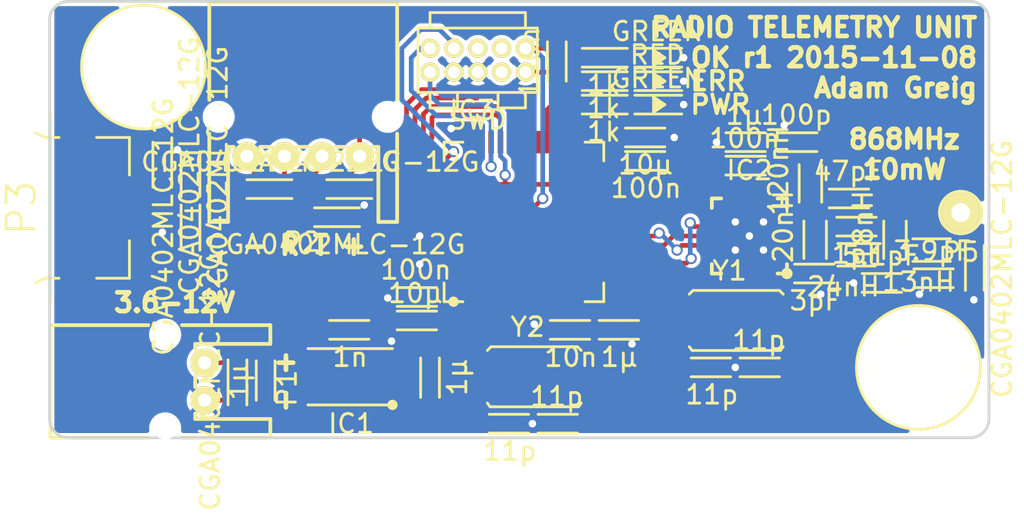
<source format=kicad_pcb>
(kicad_pcb (version 20221018) (generator pcbnew)
  (layers (0 "F.Cu" signal) (31 "B.Cu" signal) (34 "B.Paste" user) (35 "F.Paste" user) (36 "B.SilkS" user "B.Silkscreen") (37 "F.SilkS" user "F.Silkscreen") (38 "B.Mask" user) (39 "F.Mask" user) (44 "Edge.Cuts" user))
  (net 0 "")
  (net 1 "+BATT")
  (net 2 "GND")
  (net 3 "+3V3")
  (net 4 "Net-(C3-Pad1)")
  (net 5 "Net-(C4-Pad2)")
  (net 6 "Net-(C7-Pad1)")
  (net 7 "Net-(C14-Pad1)")
  (net 8 "Net-(C14-Pad2)")
  (net 9 "Net-(C15-Pad1)")
  (net 10 "Net-(C16-Pad1)")
  (net 11 "Net-(C17-Pad1)")
  (net 12 "Net-(C19-Pad1)")
  (net 13 "/nRST")
  (net 14 "Net-(C21-Pad1)")
  (net 15 "Net-(C22-Pad1)")
  (net 16 "/UART_RX")
  (net 17 "/UART_TX")
  (net 18 "/USB_DP")
  (net 19 "/USB_DM")
  (net 20 "Net-(D9-Pad2)")
  (net 21 "Net-(D10-Pad2)")
  (net 22 "Net-(D11-Pad2)")
  (net 23 "/SI_SDN")
  (net 24 "/SI_GPIO0")
  (net 25 "/SI_GPIO1")
  (net 26 "/SI_NIRQ")
  (net 27 "/SI_SCK")
  (net 28 "/SI_MISO")
  (net 29 "/SI_MOSI")
  (net 30 "/SI_NSS")
  (net 31 "Net-(IC3-Pad27)")
  (net 32 "Net-(IC3-Pad28)")
  (net 33 "/SWDIO")
  (net 34 "/SWCLK")
  (footprint "radtel:C0603" (layer "F.Cu") (at 93 109.5 -90)
    (fp_text reference "C1" hide)
    (fp_text value "1µ")
  )
  (footprint "radtel:C0603" (layer "F.Cu") (at 101.75 110.75 90)
    (fp_text reference "C2" hide)
    (fp_text value "1µ")
  )
  (footprint "radtel:C0603" (layer "F.Cu") (at 96.75 107.5)
    (fp_text reference "C3" hide)
    (fp_text value "1n")
  )
  (footprint "radtel:C0603" (layer "F.Cu") (at 121.5 104.5)
    (fp_text reference "C4" hide)
    (fp_text value "3pF")
  )
  (footprint "radtel:C0603" (layer "F.Cu") (at 119.25 97.5 180)
    (fp_text reference "C5" hide)
    (fp_text value "1µ")
  )
  (footprint "radtel:C0603" (layer "F.Cu") (at 119.25 98.75 180)
    (fp_text reference "C6" hide)
    (fp_text value "100n")
  )
  (footprint "radtel:C0603" (layer "F.Cu") (at 123.75 102)
    (fp_text reference "C7" hide)
    (fp_text value "1pF")
  )
  (footprint "radtel:C0603" (layer "F.Cu") (at 101.75 107 180)
    (fp_text reference "C8" hide)
    (fp_text value "10µ")
  )
  (footprint "radtel:C0603" (layer "F.Cu") (at 112.5 97.25)
    (fp_text reference "C9" hide)
    (fp_text value "10µ")
  )
  (footprint "radtel:C0603" (layer "F.Cu") (at 111.1 107.5)
    (fp_text reference "C10" hide)
    (fp_text value "1µ")
  )
  (footprint "radtel:C0603" (layer "F.Cu") (at 112.5 98.5)
    (fp_text reference "C11" hide)
    (fp_text value "100n")
  )
  (footprint "radtel:C0603" (layer "F.Cu") (at 101.75 105.75 180)
    (fp_text reference "C12" hide)
    (fp_text value "100n")
  )
  (footprint "radtel:C0603" (layer "F.Cu") (at 108.5 107.5)
    (fp_text reference "C13" hide)
    (fp_text value "10n")
  )
  (footprint "radtel:C0603" (layer "F.Cu") (at 124.75 100.5 180)
    (fp_text reference "C14" hide)
    (fp_text value "47pF")
  )
  (footprint "radtel:C0603" (layer "F.Cu") (at 126.5 105 180)
    (fp_text reference "C15" hide)
    (fp_text value "5.1pF")
  )
  (footprint "radtel:C0603" (layer "F.Cu") (at 129.25 104.75 180)
    (fp_text reference "C16" hide)
    (fp_text value "3.9pF")
  )
  (footprint "radtel:C0603" (layer "F.Cu") (at 116 109.5)
    (fp_text reference "C17" hide)
    (fp_text value "11p")
  )
  (footprint "radtel:C0603" (layer "F.Cu") (at 122 97.5 180)
    (fp_text reference "C18" hide)
    (fp_text value "100p")
  )
  (footprint "radtel:C0603" (layer "F.Cu") (at 120 109.5 180)
    (fp_text reference "C19" hide)
    (fp_text value "11p")
  )
  (footprint "radtel:C0603" (layer "F.Cu") (at 108.5 92.5 -90)
    (fp_text reference "C20" hide)
    (fp_text value "100n")
  )
  (footprint "radtel:C0603" (layer "F.Cu") (at 105.25 112.5)
    (fp_text reference "C21" hide)
    (fp_text value "11p")
  )
  (footprint "radtel:C0603" (layer "F.Cu") (at 109.25 112.5 180)
    (fp_text reference "C22" hide)
    (fp_text value "11p")
  )
  (footprint "radtel:R0603" (layer "F.Cu") (at 98.25 100 180)
    (fp_text reference "D1" hide)
    (fp_text value "CGA0402MLC-12G")
  )
  (footprint "radtel:R0603" (layer "F.Cu") (at 94 100 180)
    (fp_text reference "D2" hide)
    (fp_text value "CGA0402MLC-12G")
  )
  (footprint "radtel:R0603" (layer "F.Cu") (at 96 101.5)
    (fp_text reference "D3" hide)
    (fp_text value "CGA0402MLC-12G")
  )
  (footprint "radtel:R0603" (layer "F.Cu") (at 87.5 99.5 90)
    (fp_text reference "D4" hide)
    (fp_text value "CGA0402MLC-12G")
  )
  (footprint "radtel:R0603" (layer "F.Cu") (at 89 101.25 -90)
    (fp_text reference "D5" hide)
    (fp_text value "CGA0402MLC-12G")
  )
  (footprint "radtel:R0603" (layer "F.Cu") (at 89 100 90)
    (fp_text reference "D6" hide)
    (fp_text value "CGA0402MLC-12G")
  )
  (footprint "radtel:R0603" (layer "F.Cu") (at 91.5 109.5 -90)
    (fp_text reference "D7" hide)
    (fp_text value "CGA0402MLC-12G")
  )
  (footprint "radtel:R0603" (layer "F.Cu") (at 130.75 105 90)
    (fp_text reference "D8" hide)
    (fp_text value "CGA0402MLC-12G")
  )
  (footprint "radtel:LED0603" (layer "F.Cu") (at 114.75 93 180)
    (fp_text reference "D9" hide)
    (fp_text value "GREEN")
  )
  (footprint "radtel:LED0603" (layer "F.Cu") (at 114.75 94.25 180)
    (fp_text reference "D10" hide)
    (fp_text value "RED")
  )
  (footprint "radtel:LED0603" (layer "F.Cu") (at 114.75 95.5 180)
    (fp_text reference "D11" hide)
    (fp_text value "GREEN")
  )
  (footprint "radtel:Si4460" (layer "F.Cu") (at 118.75 102.5 180)
    (fp_text reference "IC2")
    (fp_text value "Si4460" hide)
  )
  (footprint "radtel:LQFP48" (layer "F.Cu") (at 104 106)
    (fp_text reference "IC3")
    (fp_text value "STM32F072CBT6" hide)
  )
  (footprint "radtel:L0603" (layer "F.Cu") (at 122.25 102 -90)
    (fp_text reference "L1" hide)
    (fp_text value "20nH")
  )
  (footprint "radtel:L0603" (layer "F.Cu") (at 123.75 103.5)
    (fp_text reference "L2" hide)
    (fp_text value "24nH")
  )
  (footprint "radtel:L0603" (layer "F.Cu") (at 126.5 102 -90)
    (fp_text reference "L3" hide)
    (fp_text value "18nH")
  )
  (footprint "radtel:L0603" (layer "F.Cu") (at 127.75 103.25)
    (fp_text reference "L4" hide)
    (fp_text value "13nH")
  )
  (footprint "radtel:L0603" (layer "F.Cu") (at 122 99 -90)
    (fp_text reference "L5" hide)
    (fp_text value "120nH")
  )
  (footprint "radtel:S02B-PASK-2" (layer "F.Cu") (at 89.75 111.25 90)
    (fp_text reference "P1")
    (fp_text value "PWR" hide)
  )
  (footprint "radtel:S04B-PASK-2" (layer "F.Cu") (at 92 98.25)
    (fp_text reference "P2")
    (fp_text value "UART" hide)
  )
  (footprint "radtel:USB3065" (layer "F.Cu") (at 83 101 -90)
    (fp_text reference "P3")
    (fp_text value "USB_OTG")
  )
  (footprint "radtel:FTSH-105-01-F-D-K" (layer "F.Cu") (at 101.75 92.5)
    (fp_text reference "P4" hide)
    (fp_text value "SWD")
  )
  (footprint "radtel:WHIPANT" (layer "F.Cu") (at 130 101.25)
    (fp_text reference "P5")
    (fp_text value "ANTENNA")
  )
  (footprint "radtel:R0603" (layer "F.Cu") (at 110.25 94.25)
    (fp_text reference "R1" hide)
    (fp_text value "1k")
  )
  (footprint "radtel:R0603" (layer "F.Cu") (at 110.25 95.5)
    (fp_text reference "R2" hide)
    (fp_text value "1k")
  )
  (footprint "radtel:R0603" (layer "F.Cu") (at 110.25 93)
    (fp_text reference "R3" hide)
    (fp_text value "1k")
  )
  (footprint "radtel:XTAL50x32" (layer "F.Cu") (at 116 107)
    (fp_text reference "Y1")
    (fp_text value "26MHz" hide)
  )
  (footprint "radtel:XTAL50x32" (layer "F.Cu") (at 105.25 110)
    (fp_text reference "Y2")
    (fp_text value "8MHz" hide)
  )
  (footprint "radtel:MSOP8" (layer "F.Cu") (at 99.75 111 180)
    (fp_text reference "IC1")
    (fp_text value "ADP3335" hide)
  )
  (footprint "radtel:M3_MOUNT" (layer "F.Cu") (at 127.75 109.5)
    (fp_text reference "M3_MOUNT" hide)
    (fp_text value "VAL**" hide)
  )
  (footprint "radtel:M3_MOUNT" (layer "F.Cu") (at 86.5 93.5)
    (fp_text reference "M3_MOUNT" hide)
    (fp_text value "VAL**" hide)
  )
  (gr_arc (start 130.5 90) (mid 131.207107 90.292893) (end 131.5 91) (stroke (width 0.15)) (layer "Edge.Cuts"))
  (gr_line (start 130.5 90) (end 82.5 90) (stroke (width 0.15)) (layer "Edge.Cuts"))
  (gr_line (start 131.5 112.25) (end 131.5 91) (stroke (width 0.15)) (layer "Edge.Cuts"))
  (gr_line (start 82.5 113.25) (end 130.5 113.25) (stroke (width 0.15)) (layer "Edge.Cuts"))
  (gr_arc (start 81.5 91) (mid 81.792893 90.292893) (end 82.5 90) (stroke (width 0.15)) (layer "Edge.Cuts"))
  (gr_line (start 81.5 91) (end 81.5 112.25) (stroke (width 0.15)) (layer "Edge.Cuts"))
  (gr_arc (start 82.5 113.25) (mid 81.792893 112.957107) (end 81.5 112.25) (stroke (width 0.15)) (layer "Edge.Cuts"))
  (gr_arc (start 131.5 112.25) (mid 131.207107 112.957107) (end 130.5 113.25) (stroke (width 0.15)) (layer "Edge.Cuts"))
  (gr_text "PWR" (at 115.5 95.5) (layer "F.SilkS") (effects (font (size 1 1) (thickness 0.2)) (justify left)))
  (gr_text "868MHz\n10mW" (at 127 98.15) (layer "F.SilkS") (effects (font (size 1 1) (thickness 0.25))))
  (gr_text "+ -" (at 94.15 110.25 270) (layer "F.SilkS") (effects (font (size 1 1) (thickness 0.25))))
  (gr_text "RADIO TELEMETRY UNIT\nr1 2015-11-08\nAdam Greig" (at 131 93) (layer "F.SilkS") (effects (font (size 1 1) (thickness 0.25)) (justify right)))
  (gr_text "OK" (at 115.5 93) (layer "F.SilkS") (effects (font (size 1 1) (thickness 0.25)) (justify left)))
  (gr_text "3.6-12V" (at 88.15 106.05) (layer "F.SilkS") (effects (font (size 1 1) (thickness 0.25))))
  (gr_text "- R T +" (at 95.05 103) (layer "F.SilkS") (effects (font (size 1 1) (thickness 0.25))))
  (gr_text "ERR" (at 115.5 94.25) (layer "F.SilkS") (effects (font (size 1 1) (thickness 0.2)) (justify left)))
  (segment (start 91.25 109.25) (end 91.5 109.5) (width 0.25) (layer "F.Cu") (net 1))
  (segment (start 93.2 109.7) (end 93 109.5) (width 0.25) (layer "F.Cu") (net 1))
  (segment (start 94.1 110.35) (end 94 110.25) (width 0.25) (layer "F.Cu") (net 1))
  (segment (start 94 110.25) (end 94 110) (width 0.25) (layer "F.Cu") (net 1))
  (segment (start 94 109.7) (end 93.2 109.7) (width 0.25) (layer "F.Cu") (net 1))
  (segment (start 94.25 111) (end 94 110.75) (width 0.25) (layer "F.Cu") (net 1))
  (segment (start 94 110.75) (end 94 110) (width 0.25) (layer "F.Cu") (net 1))
  (segment (start 94 110) (end 94 109.7) (width 0.25) (layer "F.Cu") (net 1))
  (segment (start 87.3 99.7) (end 87.5 99.5) (width 0.25) (layer "F.Cu") (net 1))
  (segment (start 98 98.65) (end 96.65 100) (width 0.25) (layer "F.Cu") (net 1))
  (segment (start 86.7 99.7) (end 87.3 99.7) (width 0.25) (layer "F.Cu") (net 1))
  (segment (start 94 106.5) (end 91.7 104.2) (width 0.25) (layer "F.Cu") (net 1))
  (segment (start 91.7 104.2) (end 85.3 104.2) (width 0.25) (layer "F.Cu") (net 1))
  (segment (start 85.3 104.2) (end 84.05 102.95) (width 0.25) (layer "F.Cu") (net 1))
  (segment (start 84.05 102.95) (end 84 102.9) (width 0.25) (layer "F.Cu") (net 1))
  (segment (start 84 100.5) (end 84.8 99.7) (width 0.25) (layer "F.Cu") (net 1))
  (segment (start 84.8 99.7) (end 85.75 99.7) (width 0.25) (layer "F.Cu") (net 1))
  (segment (start 88 99.5) (end 88.25 99.25) (width 0.25) (layer "F.Cu") (net 1))
  (segment (start 88.25 99.25) (end 90 99.25) (width 0.25) (layer "F.Cu") (net 1))
  (segment (start 90 99.25) (end 90.5 98.75) (width 0.25) (layer "F.Cu") (net 1))
  (segment (start 90.5 98.75) (end 90.5 97.75) (width 0.25) (layer "F.Cu") (net 1))
  (segment (start 90.5 97.75) (end 91.75 96.5) (width 0.25) (layer "F.Cu") (net 1))
  (segment (start 91.75 96.5) (end 97.25 96.5) (width 0.25) (layer "F.Cu") (net 1))
  (segment (start 97.25 96.5) (end 98 97.25) (width 0.25) (layer "F.Cu") (net 1))
  (segment (start 98 97.25) (end 98 98.25) (width 0.25) (layer "F.Cu") (net 1))
  (segment (start 95.35 111) (end 94.25 111) (width 0.25) (layer "F.Cu") (net 1))
  (segment (start 95.35 109.7) (end 94 109.7) (width 0.25) (layer "F.Cu") (net 1))
  (segment (start 84 102.9) (end 84 100.5) (width 0.25) (layer "F.Cu") (net 1))
  (segment (start 98 98.25) (end 98 98.65) (width 0.25) (layer "F.Cu") (net 1))
  (segment (start 87.5 99.5) (end 88 99.5) (width 0.25) (layer "F.Cu") (net 1))
  (segment (start 89.75 109.25) (end 91.25 109.25) (width 0.25) (layer "F.Cu") (net 1))
  (segment (start 91.5 109.5) (end 93 109.5) (width 0.25) (layer "F.Cu") (net 1))
  (segment (start 95.35 110.35) (end 94.1 110.35) (width 0.25) (layer "F.Cu") (net 1))
  (segment (start 94 109.7) (end 94 106.5) (width 0.25) (layer "F.Cu") (net 1))
  (segment (start 85.75 99.7) (end 86.7 99.7) (width 0.25) (layer "F.Cu") (net 1))
  (segment (start 108.37 93.77) (end 108.5 93.9) (width 0.25) (layer "F.Cu") (net 2))
  (segment (start 99.75 108.15) (end 99.7 108.1) (width 0.25) (layer "F.Cu") (net 2))
  (segment (start 98.25 100.85) (end 97.6 101.5) (width 0.25) (layer "F.Cu") (net 2))
  (segment (start 92.4 98.65) (end 92 98.25) (width 0.25) (layer "F.Cu") (net 2))
  (segment (start 91.35 111.25) (end 91.5 111.1) (width 0.25) (layer "F.Cu") (net 2))
  (segment (start 92.8 111.1) (end 93 110.9) (width 0.25) (layer "F.Cu") (net 2))
  (segment (start 88.5 97.9) (end 89 98.4) (width 0.25) (layer "F.Cu") (net 2))
  (segment (start 88.3 97.9) (end 88.5 97.9) (width 0.25) (layer "F.Cu") (net 2))
  (segment (start 88.45 102.3) (end 89 102.85) (width 0.25) (layer "F.Cu") (net 2))
  (segment (start 87.5 102.3) (end 88.45 102.3) (width 0.25) (layer "F.Cu") (net 2))
  (segment (start 107.5 107) (end 107.3 107.2) (width 0.25) (layer "F.Cu") (net 2))
  (segment (start 104.5 96.6) (end 104.425 96.525) (width 0.25) (layer "F.Cu") (net 2))
  (segment (start 104.425 96.525) (end 103.125 96.525) (width 0.25) (layer "F.Cu") (net 2))
  (segment (start 103.125 96.525) (end 102.875 96.775) (width 0.25) (layer "F.Cu") (net 2))
  (segment (start 99.55 105.75) (end 99.5 105.8) (width 0.25) (layer "F.Cu") (net 2))
  (segment (start 101.45 109.05) (end 101.75 109.35) (width 0.25) (layer "F.Cu") (net 2))
  (segment (start 107.2 112.5) (end 107.85 112.5) (width 0.25) (layer "F.Cu") (net 2))
  (segment (start 118 109.5) (end 118.6 109.5) (width 0.25) (layer "F.Cu") (net 2))
  (segment (start 127.85 105.55) (end 127.8 105.6) (width 0.25) (layer "F.Cu") (net 2))
  (segment (start 130.75 105.85) (end 130.7 105.9) (width 0.25) (layer "F.Cu") (net 2))
  (segment (start 113.25 99.5) (end 113.9 98.85) (width 0.25) (layer "F.Cu") (net 2))
  (segment (start 113.9 98.85) (end 113.9 98.5) (width 0.25) (layer "F.Cu") (net 2))
  (segment (start 121.5 104.55) (end 122.55 105.6) (width 0.25) (layer "F.Cu") (net 2))
  (segment (start 112.5 106.85) (end 112.5 107.5) (width 0.25) (layer "F.Cu") (net 2))
  (segment (start 118.75 102.5) (end 119.5 103.25) (width 0.25) (layer "F.Cu") (net 2))
  (segment (start 106.83 93.77) (end 108.37 93.77) (width 0.25) (layer "F.Cu") (net 2))
  (segment (start 118.75 102.5) (end 118 103.25) (width 0.25) (layer "F.Cu") (net 2))
  (segment (start 92.4 100) (end 92.4 98.65) (width 0.25) (layer "F.Cu") (net 2))
  (segment (start 99.75 109.05) (end 99.75 108.15) (width 0.25) (layer "F.Cu") (net 2))
  (segment (start 117.85 98.75) (end 117.85 97.5) (width 0.25) (layer "F.Cu") (net 2))
  (segment (start 106.65 112.5) (end 107.2 112.5) (width 0.25) (layer "F.Cu") (net 2))
  (segment (start 89.75 111.25) (end 91.35 111.25) (width 0.25) (layer "F.Cu") (net 2))
  (segment (start 117.85 97.5) (end 117 97.5) (width 0.25) (layer "F.Cu") (net 2))
  (segment (start 109.9 107.5) (end 109.9 106.85) (width 0.25) (layer "F.Cu") (net 2))
  (segment (start 117.4 109.5) (end 118 109.5) (width 0.25) (layer "F.Cu") (net 2))
  (segment (start 109.9 106.85) (end 110 106.75) (width 0.25) (layer "F.Cu") (net 2))
  (segment (start 114.75 95.5) (end 115.25 95.5) (width 0.25) (layer "F.Cu") (net 2))
  (segment (start 87.5 97.9) (end 88.3 97.9) (width 0.25) (layer "F.Cu") (net 2))
  (segment (start 118.75 104.5) (end 118.75 102.5) (width 0.25) (layer "F.Cu") (net 2))
  (segment (start 114.75 93) (end 115.25 93) (width 0.25) (layer "F.Cu") (net 2))
  (segment (start 102.5 102.5) (end 101.2 102.5) (width 0.25) (layer "F.Cu") (net 2))
  (segment (start 104.5 97.5) (end 104.5 96.6) (width 0.25) (layer "F.Cu") (net 2))
  (segment (start 118.75 102.5) (end 119.5 101.75) (width 0.25) (layer "F.Cu") (net 2))
  (segment (start 91.5 111.1) (end 92.8 111.1) (width 0.25) (layer "F.Cu") (net 2))
  (segment (start 125.1 105) (end 124.3 105) (width 0.25) (layer "F.Cu") (net 2))
  (segment (start 130.75 105) (end 130.75 105.85) (width 0.25) (layer "F.Cu") (net 2))
  (segment (start 99.75 109.05) (end 101.45 109.05) (width 0.25) (layer "F.Cu") (net 2))
  (segment (start 102.5 104) (end 101.2 104) (width 0.25) (layer "F.Cu") (net 2))
  (segment (start 127.85 104.75) (end 127.85 105.55) (width 0.25) (layer "F.Cu") (net 2))
  (segment (start 111 99.5) (end 113.25 99.5) (width 0.25) (layer "F.Cu") (net 2))
  (segment (start 100.35 105.75) (end 99.55 105.75) (width 0.25) (layer "F.Cu") (net 2))
  (segment (start 114.75 97.25) (end 113.9 97.25) (width 0.25) (layer "F.Cu") (net 2))
  (segment (start 121.5 104.5) (end 121.5 104.55) (width 0.25) (layer "F.Cu") (net 2))
  (segment (start 100.35 107) (end 100.35 105.75) (width 0.25) (layer "F.Cu") (net 2))
  (segment (start 112.4 106.75) (end 112.5 106.85) (width 0.25) (layer "F.Cu") (net 2))
  (segment (start 107.5 106) (end 107.5 107) (width 0.25) (layer "F.Cu") (net 2))
  (segment (start 98.25 100) (end 98.25 100.85) (width 0.25) (layer "F.Cu") (net 2))
  (segment (start 120.6 97.5) (end 120.6 96.6) (width 0.25) (layer "F.Cu") (net 2))
  (segment (start 112.5 107.5) (end 112.5 108.25) (width 0.25) (layer "F.Cu") (net 2))
  (segment (start 110 106.75) (end 112.4 106.75) (width 0.25) (layer "F.Cu") (net 2))
  (segment (start 114.75 94.25) (end 115.25 94.25) (width 0.25) (layer "F.Cu") (net 2))
  (segment (start 85.75 102.3) (end 87.5 102.3) (width 0.25) (layer "F.Cu") (net 2))
  (segment (start 113.9 98.5) (end 113.9 97.25) (width 0.25) (layer "F.Cu") (net 2))
  (segment (start 118.75 102.5) (end 118 101.75) (width 0.25) (layer "F.Cu") (net 2))
  (via (at 117 97.5) (size 0.6) (drill 0.4) (layers "F.Cu" "B.Cu") (net 2))
  (via (at 119.5 103.25) (size 0.6) (drill 0.4) (layers "F.Cu" "B.Cu") (net 2))
  (via (at 87.5 102.3) (size 0.6) (drill 0.4) (layers "F.Cu" "B.Cu") (net 2))
  (via (at 119.5 101.75) (size 0.6) (drill 0.4) (layers "F.Cu" "B.Cu") (net 2))
  (via (at 101.2 104) (size 0.6) (drill 0.4) (layers "F.Cu" "B.Cu") (net 2))
  (via (at 88.3 97.9) (size 0.6) (drill 0.4) (layers "F.Cu" "B.Cu") (net 2))
  (via (at 115.25 94.25) (size 0.6) (drill 0.4) (layers "F.Cu" "B.Cu") (net 2))
  (via (at 107.3 107.2) (size 0.6) (drill 0.4) (layers "F.Cu" "B.Cu") (net 2))
  (via (at 115.25 95.5) (size 0.6) (drill 0.4) (layers "F.Cu" "B.Cu") (net 2))
  (via (at 127.8 105.6) (size 0.6) (drill 0.4) (layers "F.Cu" "B.Cu") (net 2))
  (via (at 102.875 96.775) (size 0.6) (drill 0.4) (layers "F.Cu" "B.Cu") (net 2))
  (via (at 99.7 108.1) (size 0.6) (drill 0.4) (layers "F.Cu" "B.Cu") (net 2))
  (via (at 120.6 96.6) (size 0.6) (drill 0.4) (layers "F.Cu" "B.Cu") (net 2))
  (via (at 107.2 112.5) (size 0.6) (drill 0.4) (layers "F.Cu" "B.Cu") (net 2))
  (via (at 118 103.25) (size 0.6) (drill 0.4) (layers "F.Cu" "B.Cu") (net 2))
  (via (at 118 109.5) (size 0.6) (drill 0.4) (layers "F.Cu" "B.Cu") (net 2))
  (via (at 122.55 105.6) (size 0.6) (drill 0.4) (layers "F.Cu" "B.Cu") (net 2))
  (via (at 124.3 105) (size 0.6) (drill 0.4) (layers "F.Cu" "B.Cu") (net 2))
  (via (at 112.5 108.25) (size 0.6) (drill 0.4) (layers "F.Cu" "B.Cu") (net 2))
  (via (at 118 101.75) (size 0.6) (drill 0.4) (layers "F.Cu" "B.Cu") (net 2))
  (via (at 114.75 97.25) (size 0.6) (drill 0.4) (layers "F.Cu" "B.Cu") (net 2))
  (via (at 99.5 105.8) (size 0.6) (drill 0.4) (layers "F.Cu" "B.Cu") (net 2))
  (via (at 101.2 102.5) (size 0.6) (drill 0.4) (layers "F.Cu" "B.Cu") (net 2))
  (via (at 118.75 102.5) (size 0.6) (drill 0.4) (layers "F.Cu" "B.Cu") (net 2))
  (via (at 115.25 93) (size 0.6) (drill 0.4) (layers "F.Cu" "B.Cu") (net 2))
  (via (at 98.25 100.85) (size 0.6) (drill 0.4) (layers "F.Cu" "B.Cu") (net 2))
  (via (at 130.7 105.9) (size 0.6) (drill 0.4) (layers "F.Cu" "B.Cu") (net 2))
  (segment (start 98.25 100.85) (end 98.3 100.9) (width 0.25) (layer "B.Cu") (net 2))
  (segment (start 118 109.5) (end 118 109.4) (width 0.25) (layer "B.Cu") (net 2))
  (segment (start 118.75 102.5) (end 118.7 102.55) (width 0.25) (layer "B.Cu") (net 2))
  (segment (start 118.7 102.55) (end 118.7 102.6) (width 0.25) (layer "B.Cu") (net 2))
  (segment (start 101.5 111) (end 101.75 110.75) (width 0.25) (layer "F.Cu") (net 3))
  (segment (start 100.85 110.35) (end 101 110.5) (width 0.25) (layer "F.Cu") (net 3))
  (segment (start 101 110.5) (end 101 110.75) (width 0.25) (layer "F.Cu") (net 3))
  (segment (start 101 111) (end 101.5 111) (width 0.25) (layer "F.Cu") (net 3))
  (segment (start 100.7 109.7) (end 101 110) (width 0.25) (layer "F.Cu") (net 3))
  (segment (start 101 110) (end 101 110.5) (width 0.25) (layer "F.Cu") (net 3))
  (segment (start 102.5 110.75) (end 102.75 110.5) (width 0.25) (layer "F.Cu") (net 3))
  (segment (start 102.75 110.5) (end 102.75 108.75) (width 0.25) (layer "F.Cu") (net 3))
  (segment (start 102.75 108.75) (end 101.75 107.75) (width 0.25) (layer "F.Cu") (net 3))
  (segment (start 101.75 107.75) (end 101.75 107) (width 0.25) (layer "F.Cu") (net 3))
  (segment (start 98.15 109.9) (end 98.6 110.35) (width 0.25) (layer "F.Cu") (net 3))
  (segment (start 98.6 110.35) (end 99.75 110.35) (width 0.25) (layer "F.Cu") (net 3))
  (segment (start 112 99) (end 112.5 98.5) (width 0.25) (layer "F.Cu") (net 3))
  (segment (start 102 104.5) (end 101.75 104.75) (width 0.25) (layer "F.Cu") (net 3))
  (segment (start 101.75 104.75) (end 101.75 105.75) (width 0.25) (layer "F.Cu") (net 3))
  (segment (start 118.75 100) (end 119.25 99.5) (width 0.25) (layer "F.Cu") (net 3))
  (segment (start 119.25 99.5) (end 119.25 98.75) (width 0.25) (layer "F.Cu") (net 3))
  (segment (start 119.75 100) (end 119.75 100.5) (width 0.25) (layer "F.Cu") (net 3))
  (segment (start 102.75 105.75) (end 104 104.5) (width 0.25) (layer "F.Cu") (net 3))
  (segment (start 104 104.5) (end 104 101) (width 0.25) (layer "F.Cu") (net 3))
  (segment (start 104 101) (end 104 99.75) (width 0.25) (layer "F.Cu") (net 3))
  (segment (start 104 99.75) (end 104 97.5) (width 0.25) (layer "F.Cu") (net 3))
  (segment (start 108.75 99.75) (end 110.625 97.875) (width 0.25) (layer "F.Cu") (net 3))
  (segment (start 111.25 97.25) (end 112.5 97.25) (width 0.25) (layer "F.Cu") (net 3))
  (segment (start 103 106) (end 102.75 105.75) (width 0.25) (layer "F.Cu") (net 3))
  (segment (start 122 96.5) (end 121.25 95.75) (width 0.25) (layer "F.Cu") (net 3))
  (segment (start 121.25 95.75) (end 119.5 95.75) (width 0.25) (layer "F.Cu") (net 3))
  (segment (start 119.5 95.75) (end 119.25 96) (width 0.25) (layer "F.Cu") (net 3))
  (segment (start 119.25 96) (end 119.25 96.5) (width 0.25) (layer "F.Cu") (net 3))
  (segment (start 105.75 99.25) (end 105.75 99.75) (width 0.25) (layer "F.Cu") (net 3))
  (segment (start 105.75 99.75) (end 108.75 99.75) (width 0.25) (layer "F.Cu") (net 3))
  (segment (start 108 101.45) (end 108.75 100.7) (width 0.25) (layer "F.Cu") (net 3))
  (segment (start 108.75 100.7) (end 108.75 99.75) (width 0.25) (layer "F.Cu") (net 3))
  (segment (start 110.875 97.625) (end 111.25 97.25) (width 0.25) (layer "F.Cu") (net 3))
  (segment (start 113.25 96.5) (end 115.75 96.5) (width 0.25) (layer "F.Cu") (net 3))
  (segment (start 115.75 96.5) (end 119.25 96.5) (width 0.25) (layer "F.Cu") (net 3))
  (segment (start 119.25 96.5) (end 119.25 97.5) (width 0.25) (layer "F.Cu") (net 3))
  (segment (start 110.25 97.5) (end 110.625 97.875) (width 0.25) (layer "F.Cu") (net 3))
  (segment (start 110.625 97.875) (end 110.875 97.625) (width 0.25) (layer "F.Cu") (net 3))
  (segment (start 111.1 108.15) (end 111.1 107.5) (width 0.25) (layer "F.Cu") (net 3))
  (segment (start 108 106) (end 108 101.45) (width 0.25) (layer "F.Cu") (net 3))
  (segment (start 98.15 107.5) (end 98.15 109.9) (width 0.25) (layer "F.Cu") (net 3))
  (segment (start 104 99.75) (end 105.75 99.75) (width 0.25) (layer "F.Cu") (net 3))
  (segment (start 104 106) (end 103 106) (width 0.25) (layer "F.Cu") (net 3))
  (segment (start 101.75 110.75) (end 102.5 110.75) (width 0.25) (layer "F.Cu") (net 3))
  (segment (start 99.75 111) (end 101 111) (width 0.25) (layer "F.Cu") (net 3))
  (segment (start 108.5 108.15) (end 108.774999 108.424999) (width 0.25) (layer "F.Cu") (net 3))
  (segment (start 110.825001 108.424999) (end 111.1 108.15) (width 0.25) (layer "F.Cu") (net 3))
  (segment (start 101 111) (end 101 110.75) (width 0.25) (layer "F.Cu") (net 3))
  (segment (start 101.75 105.75) (end 102.75 105.75) (width 0.25) (layer "F.Cu") (net 3))
  (segment (start 118.75 100.5) (end 118.75 100) (width 0.25) (layer "F.Cu") (net 3))
  (segment (start 122 97.5) (end 122 96.5) (width 0.25) (layer "F.Cu") (net 3))
  (segment (start 119.25 98.75) (end 119.25 97.5) (width 0.25) (layer "F.Cu") (net 3))
  (segment (start 108 107) (end 108.5 107.5) (width 0.25) (layer "F.Cu") (net 3))
  (segment (start 108 106) (end 108 107) (width 0.25) (layer "F.Cu") (net 3))
  (segment (start 119.25 99.5) (end 119.75 100) (width 0.25) (layer "F.Cu") (net 3))
  (segment (start 108.5 107.5) (end 108.5 108.15) (width 0.25) (layer "F.Cu") (net 3))
  (segment (start 112.5 97.25) (end 113.25 96.5) (width 0.25) (layer "F.Cu") (net 3))
  (segment (start 100.85 110.35) (end 99.75 110.35) (width 0.25) (layer "F.Cu") (net 3))
  (segment (start 108.774999 108.424999) (end 110.825001 108.424999) (width 0.25) (layer "F.Cu") (net 3))
  (segment (start 101.75 107) (end 101.75 105.75) (width 0.25) (layer "F.Cu") (net 3))
  (segment (start 99.75 109.7) (end 100.7 109.7) (width 0.25) (layer "F.Cu") (net 3))
  (segment (start 110.25 95.5) (end 110.25 97.5) (width 0.25) (layer "F.Cu") (net 3))
  (segment (start 112.5 97.25) (end 112.5 98.5) (width 0.25) (layer "F.Cu") (net 3))
  (segment (start 111 99) (end 112 99) (width 0.25) (layer "F.Cu") (net 3))
  (segment (start 102.5 104.5) (end 102 104.5) (width 0.25) (layer "F.Cu") (net 3))
  (segment (start 122 97.5) (end 122 99) (width 0.25) (layer "F.Cu") (net 3))
  (via (at 105.75 99.25) (size 0.6) (drill 0.4) (layers "F.Cu" "B.Cu") (net 3))
  (segment (start 101.75 95) (end 102.25 95.5) (width 0.25) (layer "B.Cu") (net 3))
  (segment (start 102.25 95.5) (end 105 95.5) (width 0.25) (layer "B.Cu") (net 3))
  (segment (start 105 95.5) (end 105.5 96) (width 0.25) (layer "B.Cu") (net 3))
  (segment (start 105.5 96) (end 105.5 98.25) (width 0.25) (layer "B.Cu") (net 3))
  (segment (start 105.5 98.25) (end 105.75 98.5) (width 0.25) (layer "B.Cu") (net 3))
  (segment (start 105.75 98.5) (end 105.75 99.25) (width 0.25) (layer "B.Cu") (net 3))
  (segment (start 101.75 93.77) (end 101.75 95) (width 0.25) (layer "B.Cu") (net 3))
  (segment (start 96.45 109.05) (end 96.75 108.75) (width 0.25) (layer "F.Cu") (net 4))
  (segment (start 96.75 108.75) (end 96.75 107.5) (width 0.25) (layer "F.Cu") (net 4))
  (segment (start 95.35 109.05) (end 96.45 109.05) (width 0.25) (layer "F.Cu") (net 4))
  (segment (start 121.85 103) (end 122.25 103.4) (width 0.25) (layer "F.Cu") (net 5))
  (segment (start 123.65 103.4) (end 123.75 103.5) (width 0.25) (layer "F.Cu") (net 5))
  (segment (start 122.9 103.4) (end 122.8 103.5) (width 0.25) (layer "F.Cu") (net 5))
  (segment (start 122.8 103.5) (end 122.75 103.5) (width 0.25) (layer "F.Cu") (net 5))
  (segment (start 122.75 103.5) (end 122.75 103.4) (width 0.25) (layer "F.Cu") (net 5))
  (segment (start 122.75 103.4) (end 123.65 103.4) (width 0.25) (layer "F.Cu") (net 5))
  (segment (start 122.9 104.5) (end 122.9 103.4) (width 0.25) (layer "F.Cu") (net 5))
  (segment (start 122.25 103.4) (end 122.75 103.4) (width 0.25) (layer "F.Cu") (net 5))
  (segment (start 120.75 103) (end 121.85 103) (width 0.25) (layer "F.Cu") (net 5))
  (segment (start 121.75 102.5) (end 122.25 102) (width 0.25) (layer "F.Cu") (net 6))
  (segment (start 122.25 102) (end 123.75 102) (width 0.25) (layer "F.Cu") (net 6))
  (segment (start 120.75 102.5) (end 121.75 102.5) (width 0.25) (layer "F.Cu") (net 6))
  (segment (start 124.75 101.6) (end 125.15 102) (width 0.25) (layer "F.Cu") (net 7))
  (segment (start 124.75 100.5) (end 124.75 101.6) (width 0.25) (layer "F.Cu") (net 7))
  (segment (start 125.15 103.5) (end 125.15 102) (width 0.25) (layer "F.Cu") (net 7))
  (segment (start 125.15 102) (end 126.5 102) (width 0.25) (layer "F.Cu") (net 7))
  (segment (start 122.1 100.5) (end 122 100.4) (width 0.25) (layer "F.Cu") (net 8))
  (segment (start 121.25 102) (end 121.45 101.8) (width 0.25) (layer "F.Cu") (net 8))
  (segment (start 121.45 101.8) (end 121.45 100.95) (width 0.25) (layer "F.Cu") (net 8))
  (segment (start 121.45 100.95) (end 122 100.4) (width 0.25) (layer "F.Cu") (net 8))
  (segment (start 123.35 100.5) (end 122.1 100.5) (width 0.25) (layer "F.Cu") (net 8))
  (segment (start 120.75 102) (end 121.25 102) (width 0.25) (layer "F.Cu") (net 8))
  (segment (start 127.6 103.4) (end 127.75 103.25) (width 0.25) (layer "F.Cu") (net 9))
  (segment (start 126.5 103.4) (end 126.5 105) (width 0.25) (layer "F.Cu") (net 9))
  (segment (start 126.5 103.4) (end 127.6 103.4) (width 0.25) (layer "F.Cu") (net 9))
  (segment (start 129.3 103.4) (end 129.15 103.25) (width 0.25) (layer "F.Cu") (net 10))
  (segment (start 129.25 103.35) (end 129.15 103.25) (width 0.25) (layer "F.Cu") (net 10))
  (segment (start 129.15 102.1) (end 130 101.25) (width 0.25) (layer "F.Cu") (net 10))
  (segment (start 130.75 103.4) (end 129.3 103.4) (width 0.25) (layer "F.Cu") (net 10))
  (segment (start 129.25 104.75) (end 129.25 103.35) (width 0.25) (layer "F.Cu") (net 10))
  (segment (start 129.15 103.25) (end 129.15 102.1) (width 0.25) (layer "F.Cu") (net 10))
  (segment (start 116.75 107) (end 117.75 106) (width 0.25) (layer "F.Cu") (net 11))
  (segment (start 117.75 106) (end 117.75 104.5) (width 0.25) (layer "F.Cu") (net 11))
  (segment (start 116 107) (end 116.75 107) (width 0.25) (layer "F.Cu") (net 11))
  (segment (start 116 107) (end 116 109.5) (width 0.25) (layer "F.Cu") (net 11))
  (segment (start 118.25 106) (end 119.25 107) (width 0.25) (layer "F.Cu") (net 12))
  (segment (start 119.25 107) (end 120.1 107) (width 0.25) (layer "F.Cu") (net 12))
  (segment (start 120.1 109.4) (end 120 109.5) (width 0.25) (layer "F.Cu") (net 12))
  (segment (start 118.25 104.5) (end 118.25 106) (width 0.25) (layer "F.Cu") (net 12))
  (segment (start 120.1 107) (end 120.1 109.4) (width 0.25) (layer "F.Cu") (net 12))
  (segment (start 107.75 100.5) (end 107 101.25) (width 0.25) (layer "F.Cu") (net 13))
  (segment (start 107 101.25) (end 107 106) (width 0.25) (layer "F.Cu") (net 13))
  (segment (start 106.83 92.5) (end 108.5 92.5) (width 0.25) (layer "F.Cu") (net 13))
  (via (at 107.75 100.5) (size 0.6) (drill 0.4) (layers "F.Cu" "B.Cu") (net 13))
  (segment (start 107.25 92.5) (end 107.75 93) (width 0.25) (layer "B.Cu") (net 13))
  (segment (start 107.75 93) (end 107.75 100.5) (width 0.25) (layer "B.Cu") (net 13))
  (segment (start 106.83 92.5) (end 107.25 92.5) (width 0.25) (layer "B.Cu") (net 13))
  (segment (start 106 109.25) (end 105.25 110) (width 0.25) (layer "F.Cu") (net 14))
  (segment (start 105.25 110) (end 105.25 112.5) (width 0.25) (layer "F.Cu") (net 14))
  (segment (start 106 106) (end 106 109.25) (width 0.25) (layer "F.Cu") (net 14))
  (segment (start 106.5 108.5) (end 108 110) (width 0.25) (layer "F.Cu") (net 15))
  (segment (start 108 110) (end 109.35 110) (width 0.25) (layer "F.Cu") (net 15))
  (segment (start 109.35 112.4) (end 109.25 112.5) (width 0.25) (layer "F.Cu") (net 15))
  (segment (start 106.5 106) (end 106.5 108.5) (width 0.25) (layer "F.Cu") (net 15))
  (segment (start 109.35 110) (end 109.35 112.4) (width 0.25) (layer "F.Cu") (net 15))
  (segment (start 106.5 95.250002) (end 106.4 95.150002) (width 0.25) (layer "F.Cu") (net 16))
  (segment (start 106.4 95.150002) (end 101.549998 95.150002) (width 0.25) (layer "F.Cu") (net 16))
  (segment (start 101.549998 95.150002) (end 100.950002 95.749998) (width 0.25) (layer "F.Cu") (net 16))
  (segment (start 100.950002 95.749998) (end 100.950002 96.886396) (width 0.25) (layer "F.Cu") (net 16))
  (segment (start 100.950002 96.886396) (end 99.750002 98.086396) (width 0.25) (layer "F.Cu") (net 16))
  (segment (start 99.750002 98.086396) (end 99.750002 101.549998) (width 0.25) (layer "F.Cu") (net 16))
  (segment (start 99.750002 101.549998) (end 98.5 102.8) (width 0.25) (layer "F.Cu") (net 16))
  (segment (start 98.5 102.8) (end 95.2 102.8) (width 0.25) (layer "F.Cu") (net 16))
  (segment (start 95.2 102.8) (end 94 101.6) (width 0.25) (layer "F.Cu") (net 16))
  (segment (start 94 101.6) (end 94 100) (width 0.25) (layer "F.Cu") (net 16))
  (segment (start 94 98.25) (end 94 100) (width 0.25) (layer "F.Cu") (net 16))
  (segment (start 106.5 97.5) (end 106.5 95.250002) (width 0.25) (layer "F.Cu") (net 16))
  (segment (start 96 98.75) (end 95.5 99.25) (width 0.25) (layer "F.Cu") (net 17))
  (segment (start 95.5 99.25) (end 95.5 101) (width 0.25) (layer "F.Cu") (net 17))
  (segment (start 95.5 101) (end 96 101.5) (width 0.25) (layer "F.Cu") (net 17))
  (segment (start 107 95) (end 106.7 94.7) (width 0.25) (layer "F.Cu") (net 17))
  (segment (start 106.7 94.7) (end 101.3 94.7) (width 0.25) (layer "F.Cu") (net 17))
  (segment (start 101.3 94.7) (end 100.5 95.5) (width 0.25) (layer "F.Cu") (net 17))
  (segment (start 100.5 95.5) (end 100.5 96.7) (width 0.25) (layer "F.Cu") (net 17))
  (segment (start 100.5 96.7) (end 99.3 97.9) (width 0.25) (layer "F.Cu") (net 17))
  (segment (start 99.3 97.9) (end 99.3 101.3) (width 0.25) (layer "F.Cu") (net 17))
  (segment (start 99.3 101.3) (end 98.3 102.3) (width 0.25) (layer "F.Cu") (net 17))
  (segment (start 98.3 102.3) (end 96.8 102.3) (width 0.25) (layer "F.Cu") (net 17))
  (segment (start 96.8 102.3) (end 96 101.5) (width 0.25) (layer "F.Cu") (net 17))
  (segment (start 96 98.25) (end 96 98.75) (width 0.25) (layer "F.Cu") (net 17))
  (segment (start 107 97.5) (end 107 95) (width 0.25) (layer "F.Cu") (net 17))
  (segment (start 88.75 101) (end 89 101.25) (width 0.25) (layer "F.Cu") (net 18))
  (segment (start 105.5 96.250006) (end 105.3 96.050006) (width 0.25) (layer "F.Cu") (net 18))
  (segment (start 105.3 96.050006) (end 102 96.050006) (width 0.25) (layer "F.Cu") (net 18))
  (segment (start 102 96.050006) (end 101.850006 96.2) (width 0.25) (layer "F.Cu") (net 18))
  (segment (start 101.850006 96.2) (end 101.850006 97.286392) (width 0.25) (layer "F.Cu") (net 18))
  (segment (start 101.850006 97.286392) (end 100.650006 98.486392) (width 0.25) (layer "F.Cu") (net 18))
  (segment (start 100.650006 98.486392) (end 100.650006 102.049994) (width 0.25) (layer "F.Cu") (net 18))
  (segment (start 100.650006 102.049994) (end 98.9 103.8) (width 0.25) (layer "F.Cu") (net 18))
  (segment (start 98.9 103.8) (end 93.4 103.8) (width 0.25) (layer "F.Cu") (net 18))
  (segment (start 93.4 103.8) (end 90.85 101.25) (width 0.25) (layer "F.Cu") (net 18))
  (segment (start 90.85 101.25) (end 89 101.25) (width 0.25) (layer "F.Cu") (net 18))
  (segment (start 85.75 101) (end 88.75 101) (width 0.25) (layer "F.Cu") (net 18))
  (segment (start 105.5 97.5) (end 105.5 96.250006) (width 0.25) (layer "F.Cu") (net 18))
  (segment (start 88.65 100.35) (end 89 100) (width 0.25) (layer "F.Cu") (net 19))
  (segment (start 89.25 100.25) (end 89 100) (width 0.25) (layer "F.Cu") (net 19))
  (segment (start 106 95.800004) (end 105.8 95.600004) (width 0.25) (layer "F.Cu") (net 19))
  (segment (start 105.8 95.600004) (end 101.8 95.600004) (width 0.25) (layer "F.Cu") (net 19))
  (segment (start 101.8 95.600004) (end 101.400004 96) (width 0.25) (layer "F.Cu") (net 19))
  (segment (start 101.400004 96) (end 101.400004 97) (width 0.25) (layer "F.Cu") (net 19))
  (segment (start 101.400004 97) (end 101.4 97.000004) (width 0.25) (layer "F.Cu") (net 19))
  (segment (start 101.4 97.000004) (end 101.4 97.1) (width 0.25) (layer "F.Cu") (net 19))
  (segment (start 101.4 97.1) (end 100.200004 98.299996) (width 0.25) (layer "F.Cu") (net 19))
  (segment (start 100.200004 98.299996) (end 100.200004 101.799996) (width 0.25) (layer "F.Cu") (net 19))
  (segment (start 100.200004 101.799996) (end 98.749998 103.250002) (width 0.25) (layer "F.Cu") (net 19))
  (segment (start 98.749998 103.250002) (end 93.550002 103.250002) (width 0.25) (layer "F.Cu") (net 19))
  (segment (start 93.550002 103.250002) (end 90.3 100) (width 0.25) (layer "F.Cu") (net 19))
  (segment (start 90.3 100) (end 89 100) (width 0.25) (layer "F.Cu") (net 19))
  (segment (start 85.75 100.35) (end 88.65 100.35) (width 0.25) (layer "F.Cu") (net 19))
  (segment (start 106 97.5) (end 106 95.800004) (width 0.25) (layer "F.Cu") (net 19))
  (segment (start 111.85 93) (end 113.1 93) (width 0.25) (layer "F.Cu") (net 20))
  (segment (start 111.85 94.25) (end 113.1 94.25) (width 0.25) (layer "F.Cu") (net 21))
  (segment (start 111.85 95.5) (end 113.1 95.5) (width 0.25) (layer "F.Cu") (net 22))
  (segment (start 121.6 105.4) (end 121.85 105.65) (width 0.25) (layer "F.Cu") (net 23))
  (segment (start 121.85 105.65) (end 121.85 109.7) (width 0.25) (layer "F.Cu") (net 23))
  (segment (start 121.85 109.7) (end 121 110.55) (width 0.25) (layer "F.Cu") (net 23))
  (segment (start 121 110.55) (end 114.65 110.55) (width 0.25) (layer "F.Cu") (net 23))
  (segment (start 114.65 110.55) (end 113.9 109.8) (width 0.25) (layer "F.Cu") (net 23))
  (segment (start 113.9 109.8) (end 113.9 105.35) (width 0.25) (layer "F.Cu") (net 23))
  (segment (start 113.9 105.35) (end 113.05 104.5) (width 0.25) (layer "F.Cu") (net 23))
  (segment (start 113.05 104.5) (end 111 104.5) (width 0.25) (layer "F.Cu") (net 23))
  (segment (start 120.75 105.15) (end 121 105.4) (width 0.25) (layer "F.Cu") (net 23))
  (segment (start 121 105.4) (end 121.6 105.4) (width 0.25) (layer "F.Cu") (net 23))
  (segment (start 120.75 103.5) (end 120.75 105.15) (width 0.25) (layer "F.Cu") (net 23))
  (segment (start 118.25 99.95) (end 117.9 99.6) (width 0.25) (layer "F.Cu") (net 24))
  (segment (start 117.9 99.6) (end 114.3 99.6) (width 0.25) (layer "F.Cu") (net 24))
  (segment (start 114.3 99.6) (end 112.9 101) (width 0.25) (layer "F.Cu") (net 24))
  (segment (start 112.9 101) (end 111 101) (width 0.25) (layer "F.Cu") (net 24))
  (segment (start 118.25 100.5) (end 118.25 99.95) (width 0.25) (layer "F.Cu") (net 24))
  (segment (start 117.75 100.200002) (end 117.649998 100.1) (width 0.25) (layer "F.Cu") (net 25))
  (segment (start 117.649998 100.1) (end 114.5 100.1) (width 0.25) (layer "F.Cu") (net 25))
  (segment (start 114.5 100.1) (end 113.1 101.5) (width 0.25) (layer "F.Cu") (net 25))
  (segment (start 113.1 101.5) (end 111 101.5) (width 0.25) (layer "F.Cu") (net 25))
  (segment (start 117.75 100.5) (end 117.75 100.200002) (width 0.25) (layer "F.Cu") (net 25))
  (segment (start 113.35 102) (end 114.75 100.6) (width 0.25) (layer "F.Cu") (net 26))
  (segment (start 114.75 100.6) (end 116.3 100.6) (width 0.25) (layer "F.Cu") (net 26))
  (segment (start 116.3 100.6) (end 116.75 101.05) (width 0.25) (layer "F.Cu") (net 26))
  (segment (start 116.75 101.05) (end 116.75 101.5) (width 0.25) (layer "F.Cu") (net 26))
  (segment (start 111 102) (end 113.35 102) (width 0.25) (layer "F.Cu") (net 26))
  (segment (start 113.95 103.5) (end 114.4 103.95) (width 0.25) (layer "F.Cu") (net 27))
  (segment (start 114.4 103.95) (end 115.4 103.95) (width 0.25) (layer "F.Cu") (net 27))
  (segment (start 115.4 103.95) (end 115.65 103.7) (width 0.25) (layer "F.Cu") (net 27))
  (segment (start 115.6 101.8) (end 115.8 102) (width 0.25) (layer "F.Cu") (net 27))
  (segment (start 115.8 102) (end 116.75 102) (width 0.25) (layer "F.Cu") (net 27))
  (segment (start 111 103.5) (end 113.95 103.5) (width 0.25) (layer "F.Cu") (net 27))
  (via (at 115.6 101.8) (size 0.6) (drill 0.4) (layers "F.Cu" "B.Cu") (net 27))
  (via (at 115.65 103.7) (size 0.6) (drill 0.4) (layers "F.Cu" "B.Cu") (net 27))
  (segment (start 115.65 103.7) (end 115.6 103.65) (width 0.25) (layer "B.Cu") (net 27))
  (segment (start 115.6 103.65) (end 115.6 101.8) (width 0.25) (layer "B.Cu") (net 27))
  (segment (start 114.2 103) (end 114.7 102.5) (width 0.25) (layer "F.Cu") (net 28))
  (segment (start 114.7 102.5) (end 116.75 102.5) (width 0.25) (layer "F.Cu") (net 28))
  (segment (start 111 103) (end 114.2 103) (width 0.25) (layer "F.Cu") (net 28))
  (segment (start 113.8 102.5) (end 113.95 102.35) (width 0.25) (layer "F.Cu") (net 29))
  (segment (start 115.15 103) (end 114.9 103.25) (width 0.25) (layer "F.Cu") (net 29))
  (segment (start 111 102.5) (end 113.8 102.5) (width 0.25) (layer "F.Cu") (net 29))
  (segment (start 115.15 103) (end 116.75 103) (width 0.25) (layer "F.Cu") (net 29))
  (via (at 113.95 102.35) (size 0.6) (drill 0.4) (layers "F.Cu" "B.Cu") (net 29))
  (via (at 114.9 103.25) (size 0.6) (drill 0.4) (layers "F.Cu" "B.Cu") (net 29))
  (segment (start 114 102.35) (end 114.9 103.25) (width 0.25) (layer "B.Cu") (net 29))
  (segment (start 113.95 102.35) (end 114 102.35) (width 0.25) (layer "B.Cu") (net 29))
  (segment (start 113.35 104) (end 114.35 105) (width 0.25) (layer "F.Cu") (net 30))
  (segment (start 114.35 105) (end 115.85 105) (width 0.25) (layer "F.Cu") (net 30))
  (segment (start 115.85 105) (end 116.75 104.1) (width 0.25) (layer "F.Cu") (net 30))
  (segment (start 116.75 104.1) (end 116.75 103.5) (width 0.25) (layer "F.Cu") (net 30))
  (segment (start 111 104) (end 113.35 104) (width 0.25) (layer "F.Cu") (net 30))
  (segment (start 109.950002 94.25) (end 109.75 94.450002) (width 0.25) (layer "F.Cu") (net 31))
  (segment (start 109.75 94.450002) (end 109.75 94.636398) (width 0.25) (layer "F.Cu") (net 31))
  (segment (start 109.75 94.636398) (end 108.5 95.886398) (width 0.25) (layer "F.Cu") (net 31))
  (segment (start 108.5 95.886398) (end 108.5 97.5) (width 0.25) (layer "F.Cu") (net 31))
  (segment (start 110.25 94.25) (end 109.950002 94.25) (width 0.25) (layer "F.Cu") (net 31))
  (segment (start 109.5 93) (end 109.25 93.25) (width 0.25) (layer "F.Cu") (net 32))
  (segment (start 109.25 93.25) (end 109.25 94.5) (width 0.25) (layer "F.Cu") (net 32))
  (segment (start 109.25 94.5) (end 108 95.75) (width 0.25) (layer "F.Cu") (net 32))
  (segment (start 108 95.75) (end 108 97.5) (width 0.25) (layer "F.Cu") (net 32))
  (segment (start 110.25 93) (end 109.5 93) (width 0.25) (layer "F.Cu") (net 32))
  (segment (start 105 98.8) (end 105 97.5) (width 0.25) (layer "F.Cu") (net 33))
  (via (at 105 98.8) (size 0.6) (drill 0.4) (layers "F.Cu" "B.Cu") (net 33))
  (segment (start 101.25 92.5) (end 100.75 93) (width 0.25) (layer "B.Cu") (net 33))
  (segment (start 100.75 93) (end 100.75 94.75) (width 0.25) (layer "B.Cu") (net 33))
  (segment (start 102.1 96.1) (end 104.7 96.1) (width 0.25) (layer "B.Cu") (net 33))
  (segment (start 104.7 96.1) (end 105 96.4) (width 0.25) (layer "B.Cu") (net 33))
  (segment (start 105 96.4) (end 105 98.8) (width 0.25) (layer "B.Cu") (net 33))
  (segment (start 101.75 92.5) (end 101.25 92.5) (width 0.25) (layer "B.Cu") (net 33))
  (segment (start 100.75 94.75) (end 102.1 96.1) (width 0.25) (layer "B.Cu") (net 33))
  (segment (start 103 98) (end 102.5 98.5) (width 0.25) (layer "F.Cu") (net 34))
  (segment (start 102.5 98.5) (end 102.5 99) (width 0.25) (layer "F.Cu") (net 34))
  (via (at 103 98) (size 0.6) (drill 0.4) (layers "F.Cu" "B.Cu") (net 34))
  (segment (start 103.02 92.27) (end 102.25 91.5) (width 0.25) (layer "B.Cu") (net 34))
  (segment (start 102.25 91.5) (end 101.25 91.5) (width 0.25) (layer "B.Cu") (net 34))
  (segment (start 101.25 91.5) (end 100.25 92.5) (width 0.25) (layer "B.Cu") (net 34))
  (segment (start 100.25 92.5) (end 100.25 95.25) (width 0.25) (layer "B.Cu") (net 34))
  (segment (start 100.25 95.25) (end 103 98) (width 0.25) (layer "B.Cu") (net 34))
  (segment (start 103.02 92.5) (end 103.02 92.27) (width 0.25) (layer "B.Cu") (net 34))
  (zone (net 2) (net_name "GND") (layer "B.Cu") (connect_pads (clearance 0.2)) (min_thickness 0.25) (fill yes (thermal_gap 0.2) (thermal_bridge_width 0.3))
    (polygon (pts (xy 131.25 113) (xy 81.75 113) (xy 81.75 90.25) (xy 131.25 90.25)))
  )
)
</source>
